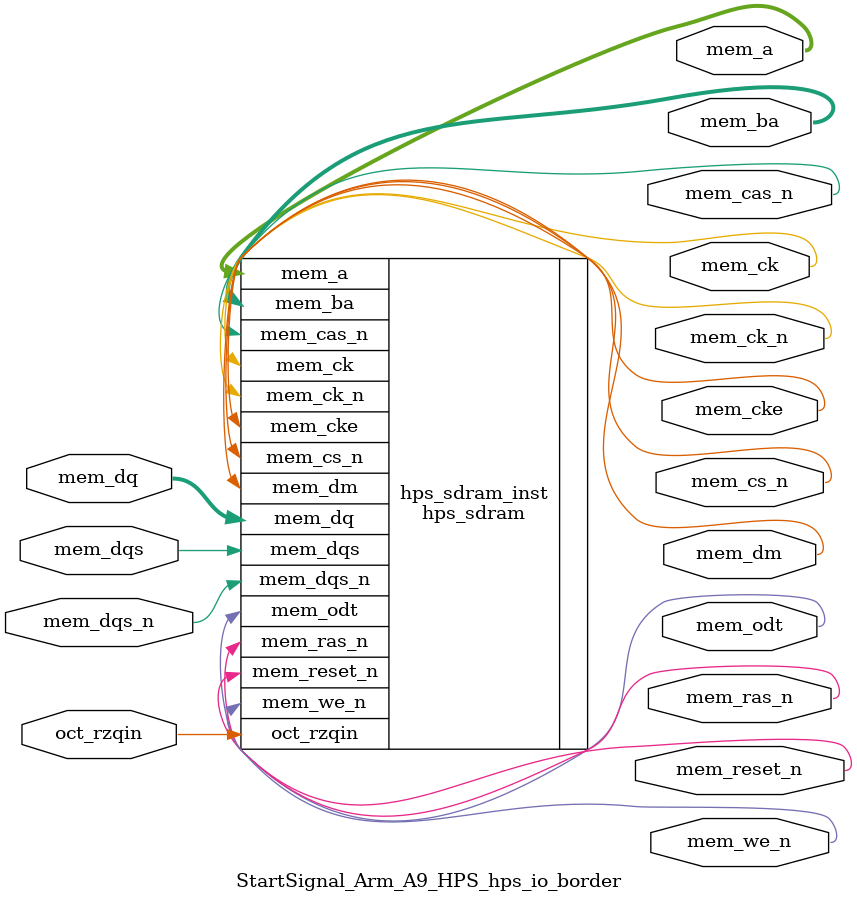
<source format=sv>


module StartSignal_Arm_A9_HPS_hps_io_border(
// memory
  output wire [13 - 1 : 0 ] mem_a
 ,output wire [3 - 1 : 0 ] mem_ba
 ,output wire [1 - 1 : 0 ] mem_ck
 ,output wire [1 - 1 : 0 ] mem_ck_n
 ,output wire [1 - 1 : 0 ] mem_cke
 ,output wire [1 - 1 : 0 ] mem_cs_n
 ,output wire [1 - 1 : 0 ] mem_ras_n
 ,output wire [1 - 1 : 0 ] mem_cas_n
 ,output wire [1 - 1 : 0 ] mem_we_n
 ,output wire [1 - 1 : 0 ] mem_reset_n
 ,inout wire [8 - 1 : 0 ] mem_dq
 ,inout wire [1 - 1 : 0 ] mem_dqs
 ,inout wire [1 - 1 : 0 ] mem_dqs_n
 ,output wire [1 - 1 : 0 ] mem_odt
 ,output wire [1 - 1 : 0 ] mem_dm
 ,input wire [1 - 1 : 0 ] oct_rzqin
);


hps_sdram hps_sdram_inst(
 .mem_dq({
    mem_dq[7:0] // 7:0
  })
,.mem_odt({
    mem_odt[0:0] // 0:0
  })
,.mem_ras_n({
    mem_ras_n[0:0] // 0:0
  })
,.mem_dqs_n({
    mem_dqs_n[0:0] // 0:0
  })
,.mem_dqs({
    mem_dqs[0:0] // 0:0
  })
,.mem_dm({
    mem_dm[0:0] // 0:0
  })
,.mem_we_n({
    mem_we_n[0:0] // 0:0
  })
,.mem_cas_n({
    mem_cas_n[0:0] // 0:0
  })
,.mem_ba({
    mem_ba[2:0] // 2:0
  })
,.mem_a({
    mem_a[12:0] // 12:0
  })
,.mem_cs_n({
    mem_cs_n[0:0] // 0:0
  })
,.mem_ck({
    mem_ck[0:0] // 0:0
  })
,.mem_cke({
    mem_cke[0:0] // 0:0
  })
,.oct_rzqin({
    oct_rzqin[0:0] // 0:0
  })
,.mem_reset_n({
    mem_reset_n[0:0] // 0:0
  })
,.mem_ck_n({
    mem_ck_n[0:0] // 0:0
  })
);

endmodule


</source>
